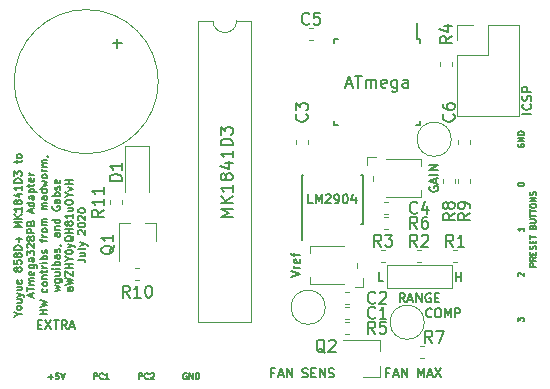
<source format=gbr>
G04 #@! TF.GenerationSoftware,KiCad,Pcbnew,(5.1.0-0)*
G04 #@! TF.CreationDate,2020-09-24T17:30:25-07:00*
G04 #@! TF.ProjectId,858D+ MK1841D3 to ATmega328,38353844-2b20-44d4-9b31-383431443320,rev?*
G04 #@! TF.SameCoordinates,Original*
G04 #@! TF.FileFunction,Legend,Top*
G04 #@! TF.FilePolarity,Positive*
%FSLAX46Y46*%
G04 Gerber Fmt 4.6, Leading zero omitted, Abs format (unit mm)*
G04 Created by KiCad (PCBNEW (5.1.0-0)) date 2020-09-24 17:30:25*
%MOMM*%
%LPD*%
G04 APERTURE LIST*
%ADD10C,0.127000*%
%ADD11C,0.120000*%
%ADD12C,0.150000*%
G04 APERTURE END LIST*
D10*
X40005000Y-31840714D02*
X39642142Y-31840714D01*
X39642142Y-31078714D01*
X40259000Y-31840714D02*
X40259000Y-31078714D01*
X40513000Y-31623000D01*
X40767000Y-31078714D01*
X40767000Y-31840714D01*
X41093571Y-31151285D02*
X41129857Y-31115000D01*
X41202428Y-31078714D01*
X41383857Y-31078714D01*
X41456428Y-31115000D01*
X41492714Y-31151285D01*
X41529000Y-31223857D01*
X41529000Y-31296428D01*
X41492714Y-31405285D01*
X41057285Y-31840714D01*
X41529000Y-31840714D01*
X41891857Y-31840714D02*
X42037000Y-31840714D01*
X42109571Y-31804428D01*
X42145857Y-31768142D01*
X42218428Y-31659285D01*
X42254714Y-31514142D01*
X42254714Y-31223857D01*
X42218428Y-31151285D01*
X42182142Y-31115000D01*
X42109571Y-31078714D01*
X41964428Y-31078714D01*
X41891857Y-31115000D01*
X41855571Y-31151285D01*
X41819285Y-31223857D01*
X41819285Y-31405285D01*
X41855571Y-31477857D01*
X41891857Y-31514142D01*
X41964428Y-31550428D01*
X42109571Y-31550428D01*
X42182142Y-31514142D01*
X42218428Y-31477857D01*
X42254714Y-31405285D01*
X42726428Y-31078714D02*
X42799000Y-31078714D01*
X42871571Y-31115000D01*
X42907857Y-31151285D01*
X42944142Y-31223857D01*
X42980428Y-31369000D01*
X42980428Y-31550428D01*
X42944142Y-31695571D01*
X42907857Y-31768142D01*
X42871571Y-31804428D01*
X42799000Y-31840714D01*
X42726428Y-31840714D01*
X42653857Y-31804428D01*
X42617571Y-31768142D01*
X42581285Y-31695571D01*
X42545000Y-31550428D01*
X42545000Y-31369000D01*
X42581285Y-31223857D01*
X42617571Y-31151285D01*
X42653857Y-31115000D01*
X42726428Y-31078714D01*
X43633571Y-31332714D02*
X43633571Y-31840714D01*
X43452142Y-31042428D02*
X43270714Y-31586714D01*
X43742428Y-31586714D01*
X57379809Y-41825333D02*
X57379809Y-41510857D01*
X57573333Y-41680190D01*
X57573333Y-41607619D01*
X57597523Y-41559238D01*
X57621714Y-41535047D01*
X57670095Y-41510857D01*
X57791047Y-41510857D01*
X57839428Y-41535047D01*
X57863619Y-41559238D01*
X57887809Y-41607619D01*
X57887809Y-41752761D01*
X57863619Y-41801142D01*
X57839428Y-41825333D01*
X57428190Y-37991142D02*
X57404000Y-37966952D01*
X57379809Y-37918571D01*
X57379809Y-37797619D01*
X57404000Y-37749238D01*
X57428190Y-37725047D01*
X57476571Y-37700857D01*
X57524952Y-37700857D01*
X57597523Y-37725047D01*
X57887809Y-38015333D01*
X57887809Y-37700857D01*
X57887809Y-33890857D02*
X57887809Y-34181142D01*
X57887809Y-34036000D02*
X57379809Y-34036000D01*
X57452380Y-34084380D01*
X57500761Y-34132761D01*
X57524952Y-34181142D01*
X57379809Y-30250190D02*
X57379809Y-30201809D01*
X57404000Y-30153428D01*
X57428190Y-30129238D01*
X57476571Y-30105047D01*
X57573333Y-30080857D01*
X57694285Y-30080857D01*
X57791047Y-30105047D01*
X57839428Y-30129238D01*
X57863619Y-30153428D01*
X57887809Y-30201809D01*
X57887809Y-30250190D01*
X57863619Y-30298571D01*
X57839428Y-30322761D01*
X57791047Y-30346952D01*
X57694285Y-30371142D01*
X57573333Y-30371142D01*
X57476571Y-30346952D01*
X57428190Y-30322761D01*
X57404000Y-30298571D01*
X57379809Y-30250190D01*
X57404000Y-26803047D02*
X57379809Y-26851428D01*
X57379809Y-26924000D01*
X57404000Y-26996571D01*
X57452380Y-27044952D01*
X57500761Y-27069142D01*
X57597523Y-27093333D01*
X57670095Y-27093333D01*
X57766857Y-27069142D01*
X57815238Y-27044952D01*
X57863619Y-26996571D01*
X57887809Y-26924000D01*
X57887809Y-26875619D01*
X57863619Y-26803047D01*
X57839428Y-26778857D01*
X57670095Y-26778857D01*
X57670095Y-26875619D01*
X57887809Y-26561142D02*
X57379809Y-26561142D01*
X57887809Y-26270857D01*
X57379809Y-26270857D01*
X57887809Y-26028952D02*
X57379809Y-26028952D01*
X57379809Y-25908000D01*
X57404000Y-25835428D01*
X57452380Y-25787047D01*
X57500761Y-25762857D01*
X57597523Y-25738666D01*
X57670095Y-25738666D01*
X57766857Y-25762857D01*
X57815238Y-25787047D01*
X57863619Y-25835428D01*
X57887809Y-25908000D01*
X57887809Y-26028952D01*
X58903809Y-37192857D02*
X58395809Y-37192857D01*
X58395809Y-36999333D01*
X58420000Y-36950952D01*
X58444190Y-36926761D01*
X58492571Y-36902571D01*
X58565142Y-36902571D01*
X58613523Y-36926761D01*
X58637714Y-36950952D01*
X58661904Y-36999333D01*
X58661904Y-37192857D01*
X58903809Y-36394571D02*
X58661904Y-36563904D01*
X58903809Y-36684857D02*
X58395809Y-36684857D01*
X58395809Y-36491333D01*
X58420000Y-36442952D01*
X58444190Y-36418761D01*
X58492571Y-36394571D01*
X58565142Y-36394571D01*
X58613523Y-36418761D01*
X58637714Y-36442952D01*
X58661904Y-36491333D01*
X58661904Y-36684857D01*
X58637714Y-36176857D02*
X58637714Y-36007523D01*
X58903809Y-35934952D02*
X58903809Y-36176857D01*
X58395809Y-36176857D01*
X58395809Y-35934952D01*
X58879619Y-35741428D02*
X58903809Y-35668857D01*
X58903809Y-35547904D01*
X58879619Y-35499523D01*
X58855428Y-35475333D01*
X58807047Y-35451142D01*
X58758666Y-35451142D01*
X58710285Y-35475333D01*
X58686095Y-35499523D01*
X58661904Y-35547904D01*
X58637714Y-35644666D01*
X58613523Y-35693047D01*
X58589333Y-35717238D01*
X58540952Y-35741428D01*
X58492571Y-35741428D01*
X58444190Y-35717238D01*
X58420000Y-35693047D01*
X58395809Y-35644666D01*
X58395809Y-35523714D01*
X58420000Y-35451142D01*
X58637714Y-35233428D02*
X58637714Y-35064095D01*
X58903809Y-34991523D02*
X58903809Y-35233428D01*
X58395809Y-35233428D01*
X58395809Y-34991523D01*
X58395809Y-34846380D02*
X58395809Y-34556095D01*
X58903809Y-34701238D02*
X58395809Y-34701238D01*
X58637714Y-33830380D02*
X58661904Y-33757809D01*
X58686095Y-33733619D01*
X58734476Y-33709428D01*
X58807047Y-33709428D01*
X58855428Y-33733619D01*
X58879619Y-33757809D01*
X58903809Y-33806190D01*
X58903809Y-33999714D01*
X58395809Y-33999714D01*
X58395809Y-33830380D01*
X58420000Y-33782000D01*
X58444190Y-33757809D01*
X58492571Y-33733619D01*
X58540952Y-33733619D01*
X58589333Y-33757809D01*
X58613523Y-33782000D01*
X58637714Y-33830380D01*
X58637714Y-33999714D01*
X58395809Y-33491714D02*
X58807047Y-33491714D01*
X58855428Y-33467523D01*
X58879619Y-33443333D01*
X58903809Y-33394952D01*
X58903809Y-33298190D01*
X58879619Y-33249809D01*
X58855428Y-33225619D01*
X58807047Y-33201428D01*
X58395809Y-33201428D01*
X58395809Y-33032095D02*
X58395809Y-32741809D01*
X58903809Y-32886952D02*
X58395809Y-32886952D01*
X58395809Y-32645047D02*
X58395809Y-32354761D01*
X58903809Y-32499904D02*
X58395809Y-32499904D01*
X58395809Y-32088666D02*
X58395809Y-31991904D01*
X58420000Y-31943523D01*
X58468380Y-31895142D01*
X58565142Y-31870952D01*
X58734476Y-31870952D01*
X58831238Y-31895142D01*
X58879619Y-31943523D01*
X58903809Y-31991904D01*
X58903809Y-32088666D01*
X58879619Y-32137047D01*
X58831238Y-32185428D01*
X58734476Y-32209619D01*
X58565142Y-32209619D01*
X58468380Y-32185428D01*
X58420000Y-32137047D01*
X58395809Y-32088666D01*
X58903809Y-31653238D02*
X58395809Y-31653238D01*
X58903809Y-31362952D01*
X58395809Y-31362952D01*
X58879619Y-31145238D02*
X58903809Y-31072666D01*
X58903809Y-30951714D01*
X58879619Y-30903333D01*
X58855428Y-30879142D01*
X58807047Y-30854952D01*
X58758666Y-30854952D01*
X58710285Y-30879142D01*
X58686095Y-30903333D01*
X58661904Y-30951714D01*
X58637714Y-31048476D01*
X58613523Y-31096857D01*
X58589333Y-31121047D01*
X58540952Y-31145238D01*
X58492571Y-31145238D01*
X58444190Y-31121047D01*
X58420000Y-31096857D01*
X58395809Y-31048476D01*
X58395809Y-30927523D01*
X58420000Y-30854952D01*
X29330952Y-46228000D02*
X29282571Y-46203809D01*
X29210000Y-46203809D01*
X29137428Y-46228000D01*
X29089047Y-46276380D01*
X29064857Y-46324761D01*
X29040666Y-46421523D01*
X29040666Y-46494095D01*
X29064857Y-46590857D01*
X29089047Y-46639238D01*
X29137428Y-46687619D01*
X29210000Y-46711809D01*
X29258380Y-46711809D01*
X29330952Y-46687619D01*
X29355142Y-46663428D01*
X29355142Y-46494095D01*
X29258380Y-46494095D01*
X29572857Y-46711809D02*
X29572857Y-46203809D01*
X29863142Y-46711809D01*
X29863142Y-46203809D01*
X30105047Y-46711809D02*
X30105047Y-46203809D01*
X30226000Y-46203809D01*
X30298571Y-46228000D01*
X30346952Y-46276380D01*
X30371142Y-46324761D01*
X30395333Y-46421523D01*
X30395333Y-46494095D01*
X30371142Y-46590857D01*
X30346952Y-46639238D01*
X30298571Y-46687619D01*
X30226000Y-46711809D01*
X30105047Y-46711809D01*
X25279047Y-46711809D02*
X25279047Y-46203809D01*
X25472571Y-46203809D01*
X25520952Y-46228000D01*
X25545142Y-46252190D01*
X25569333Y-46300571D01*
X25569333Y-46373142D01*
X25545142Y-46421523D01*
X25520952Y-46445714D01*
X25472571Y-46469904D01*
X25279047Y-46469904D01*
X26077333Y-46663428D02*
X26053142Y-46687619D01*
X25980571Y-46711809D01*
X25932190Y-46711809D01*
X25859619Y-46687619D01*
X25811238Y-46639238D01*
X25787047Y-46590857D01*
X25762857Y-46494095D01*
X25762857Y-46421523D01*
X25787047Y-46324761D01*
X25811238Y-46276380D01*
X25859619Y-46228000D01*
X25932190Y-46203809D01*
X25980571Y-46203809D01*
X26053142Y-46228000D01*
X26077333Y-46252190D01*
X26270857Y-46252190D02*
X26295047Y-46228000D01*
X26343428Y-46203809D01*
X26464380Y-46203809D01*
X26512761Y-46228000D01*
X26536952Y-46252190D01*
X26561142Y-46300571D01*
X26561142Y-46348952D01*
X26536952Y-46421523D01*
X26246666Y-46711809D01*
X26561142Y-46711809D01*
X21469047Y-46711809D02*
X21469047Y-46203809D01*
X21662571Y-46203809D01*
X21710952Y-46228000D01*
X21735142Y-46252190D01*
X21759333Y-46300571D01*
X21759333Y-46373142D01*
X21735142Y-46421523D01*
X21710952Y-46445714D01*
X21662571Y-46469904D01*
X21469047Y-46469904D01*
X22267333Y-46663428D02*
X22243142Y-46687619D01*
X22170571Y-46711809D01*
X22122190Y-46711809D01*
X22049619Y-46687619D01*
X22001238Y-46639238D01*
X21977047Y-46590857D01*
X21952857Y-46494095D01*
X21952857Y-46421523D01*
X21977047Y-46324761D01*
X22001238Y-46276380D01*
X22049619Y-46228000D01*
X22122190Y-46203809D01*
X22170571Y-46203809D01*
X22243142Y-46228000D01*
X22267333Y-46252190D01*
X22751142Y-46711809D02*
X22460857Y-46711809D01*
X22606000Y-46711809D02*
X22606000Y-46203809D01*
X22557619Y-46276380D01*
X22509238Y-46324761D01*
X22460857Y-46348952D01*
X17634857Y-46518285D02*
X18021904Y-46518285D01*
X17828380Y-46711809D02*
X17828380Y-46324761D01*
X18505714Y-46203809D02*
X18263809Y-46203809D01*
X18239619Y-46445714D01*
X18263809Y-46421523D01*
X18312190Y-46397333D01*
X18433142Y-46397333D01*
X18481523Y-46421523D01*
X18505714Y-46445714D01*
X18529904Y-46494095D01*
X18529904Y-46615047D01*
X18505714Y-46663428D01*
X18481523Y-46687619D01*
X18433142Y-46711809D01*
X18312190Y-46711809D01*
X18263809Y-46687619D01*
X18239619Y-46663428D01*
X18675047Y-46203809D02*
X18844380Y-46711809D01*
X19013714Y-46203809D01*
X42805047Y-21759333D02*
X43288857Y-21759333D01*
X42708285Y-22049619D02*
X43046952Y-21033619D01*
X43385619Y-22049619D01*
X43579142Y-21033619D02*
X44159714Y-21033619D01*
X43869428Y-22049619D02*
X43869428Y-21033619D01*
X44498380Y-22049619D02*
X44498380Y-21372285D01*
X44498380Y-21469047D02*
X44546761Y-21420666D01*
X44643523Y-21372285D01*
X44788666Y-21372285D01*
X44885428Y-21420666D01*
X44933809Y-21517428D01*
X44933809Y-22049619D01*
X44933809Y-21517428D02*
X44982190Y-21420666D01*
X45078952Y-21372285D01*
X45224095Y-21372285D01*
X45320857Y-21420666D01*
X45369238Y-21517428D01*
X45369238Y-22049619D01*
X46240095Y-22001238D02*
X46143333Y-22049619D01*
X45949809Y-22049619D01*
X45853047Y-22001238D01*
X45804666Y-21904476D01*
X45804666Y-21517428D01*
X45853047Y-21420666D01*
X45949809Y-21372285D01*
X46143333Y-21372285D01*
X46240095Y-21420666D01*
X46288476Y-21517428D01*
X46288476Y-21614190D01*
X45804666Y-21710952D01*
X47159333Y-21372285D02*
X47159333Y-22194761D01*
X47110952Y-22291523D01*
X47062571Y-22339904D01*
X46965809Y-22388285D01*
X46820666Y-22388285D01*
X46723904Y-22339904D01*
X47159333Y-22001238D02*
X47062571Y-22049619D01*
X46869047Y-22049619D01*
X46772285Y-22001238D01*
X46723904Y-21952857D01*
X46675523Y-21856095D01*
X46675523Y-21565809D01*
X46723904Y-21469047D01*
X46772285Y-21420666D01*
X46869047Y-21372285D01*
X47062571Y-21372285D01*
X47159333Y-21420666D01*
X48078571Y-22049619D02*
X48078571Y-21517428D01*
X48030190Y-21420666D01*
X47933428Y-21372285D01*
X47739904Y-21372285D01*
X47643142Y-21420666D01*
X48078571Y-22001238D02*
X47981809Y-22049619D01*
X47739904Y-22049619D01*
X47643142Y-22001238D01*
X47594761Y-21904476D01*
X47594761Y-21807714D01*
X47643142Y-21710952D01*
X47739904Y-21662571D01*
X47981809Y-21662571D01*
X48078571Y-21614190D01*
X15066130Y-41241738D02*
X15368511Y-41241738D01*
X14733511Y-41453404D02*
X15066130Y-41241738D01*
X14733511Y-41030071D01*
X15368511Y-40727690D02*
X15338273Y-40788166D01*
X15308035Y-40818404D01*
X15247559Y-40848642D01*
X15066130Y-40848642D01*
X15005654Y-40818404D01*
X14975416Y-40788166D01*
X14945178Y-40727690D01*
X14945178Y-40636976D01*
X14975416Y-40576500D01*
X15005654Y-40546261D01*
X15066130Y-40516023D01*
X15247559Y-40516023D01*
X15308035Y-40546261D01*
X15338273Y-40576500D01*
X15368511Y-40636976D01*
X15368511Y-40727690D01*
X14945178Y-39971738D02*
X15368511Y-39971738D01*
X14945178Y-40243880D02*
X15277797Y-40243880D01*
X15338273Y-40213642D01*
X15368511Y-40153166D01*
X15368511Y-40062452D01*
X15338273Y-40001976D01*
X15308035Y-39971738D01*
X14945178Y-39729833D02*
X15368511Y-39578642D01*
X14945178Y-39427452D02*
X15368511Y-39578642D01*
X15519702Y-39639119D01*
X15549940Y-39669357D01*
X15580178Y-39729833D01*
X14945178Y-38913404D02*
X15368511Y-38913404D01*
X14945178Y-39185547D02*
X15277797Y-39185547D01*
X15338273Y-39155309D01*
X15368511Y-39094833D01*
X15368511Y-39004119D01*
X15338273Y-38943642D01*
X15308035Y-38913404D01*
X15338273Y-38369119D02*
X15368511Y-38429595D01*
X15368511Y-38550547D01*
X15338273Y-38611023D01*
X15277797Y-38641261D01*
X15035892Y-38641261D01*
X14975416Y-38611023D01*
X14945178Y-38550547D01*
X14945178Y-38429595D01*
X14975416Y-38369119D01*
X15035892Y-38338880D01*
X15096369Y-38338880D01*
X15156845Y-38641261D01*
X15005654Y-37492214D02*
X14975416Y-37552690D01*
X14945178Y-37582928D01*
X14884702Y-37613166D01*
X14854464Y-37613166D01*
X14793988Y-37582928D01*
X14763750Y-37552690D01*
X14733511Y-37492214D01*
X14733511Y-37371261D01*
X14763750Y-37310785D01*
X14793988Y-37280547D01*
X14854464Y-37250309D01*
X14884702Y-37250309D01*
X14945178Y-37280547D01*
X14975416Y-37310785D01*
X15005654Y-37371261D01*
X15005654Y-37492214D01*
X15035892Y-37552690D01*
X15066130Y-37582928D01*
X15126607Y-37613166D01*
X15247559Y-37613166D01*
X15308035Y-37582928D01*
X15338273Y-37552690D01*
X15368511Y-37492214D01*
X15368511Y-37371261D01*
X15338273Y-37310785D01*
X15308035Y-37280547D01*
X15247559Y-37250309D01*
X15126607Y-37250309D01*
X15066130Y-37280547D01*
X15035892Y-37310785D01*
X15005654Y-37371261D01*
X14733511Y-36675785D02*
X14733511Y-36978166D01*
X15035892Y-37008404D01*
X15005654Y-36978166D01*
X14975416Y-36917690D01*
X14975416Y-36766500D01*
X15005654Y-36706023D01*
X15035892Y-36675785D01*
X15096369Y-36645547D01*
X15247559Y-36645547D01*
X15308035Y-36675785D01*
X15338273Y-36706023D01*
X15368511Y-36766500D01*
X15368511Y-36917690D01*
X15338273Y-36978166D01*
X15308035Y-37008404D01*
X15005654Y-36282690D02*
X14975416Y-36343166D01*
X14945178Y-36373404D01*
X14884702Y-36403642D01*
X14854464Y-36403642D01*
X14793988Y-36373404D01*
X14763750Y-36343166D01*
X14733511Y-36282690D01*
X14733511Y-36161738D01*
X14763750Y-36101261D01*
X14793988Y-36071023D01*
X14854464Y-36040785D01*
X14884702Y-36040785D01*
X14945178Y-36071023D01*
X14975416Y-36101261D01*
X15005654Y-36161738D01*
X15005654Y-36282690D01*
X15035892Y-36343166D01*
X15066130Y-36373404D01*
X15126607Y-36403642D01*
X15247559Y-36403642D01*
X15308035Y-36373404D01*
X15338273Y-36343166D01*
X15368511Y-36282690D01*
X15368511Y-36161738D01*
X15338273Y-36101261D01*
X15308035Y-36071023D01*
X15247559Y-36040785D01*
X15126607Y-36040785D01*
X15066130Y-36071023D01*
X15035892Y-36101261D01*
X15005654Y-36161738D01*
X15368511Y-35768642D02*
X14733511Y-35768642D01*
X14733511Y-35617452D01*
X14763750Y-35526738D01*
X14824226Y-35466261D01*
X14884702Y-35436023D01*
X15005654Y-35405785D01*
X15096369Y-35405785D01*
X15217321Y-35436023D01*
X15277797Y-35466261D01*
X15338273Y-35526738D01*
X15368511Y-35617452D01*
X15368511Y-35768642D01*
X15126607Y-35133642D02*
X15126607Y-34649833D01*
X15368511Y-34891738D02*
X14884702Y-34891738D01*
X15368511Y-33863642D02*
X14733511Y-33863642D01*
X15187083Y-33651976D01*
X14733511Y-33440309D01*
X15368511Y-33440309D01*
X15368511Y-33137928D02*
X14733511Y-33137928D01*
X15368511Y-32775071D02*
X15005654Y-33047214D01*
X14733511Y-32775071D02*
X15096369Y-33137928D01*
X15368511Y-32170309D02*
X15368511Y-32533166D01*
X15368511Y-32351738D02*
X14733511Y-32351738D01*
X14824226Y-32412214D01*
X14884702Y-32472690D01*
X14914940Y-32533166D01*
X15005654Y-31807452D02*
X14975416Y-31867928D01*
X14945178Y-31898166D01*
X14884702Y-31928404D01*
X14854464Y-31928404D01*
X14793988Y-31898166D01*
X14763750Y-31867928D01*
X14733511Y-31807452D01*
X14733511Y-31686500D01*
X14763750Y-31626023D01*
X14793988Y-31595785D01*
X14854464Y-31565547D01*
X14884702Y-31565547D01*
X14945178Y-31595785D01*
X14975416Y-31626023D01*
X15005654Y-31686500D01*
X15005654Y-31807452D01*
X15035892Y-31867928D01*
X15066130Y-31898166D01*
X15126607Y-31928404D01*
X15247559Y-31928404D01*
X15308035Y-31898166D01*
X15338273Y-31867928D01*
X15368511Y-31807452D01*
X15368511Y-31686500D01*
X15338273Y-31626023D01*
X15308035Y-31595785D01*
X15247559Y-31565547D01*
X15126607Y-31565547D01*
X15066130Y-31595785D01*
X15035892Y-31626023D01*
X15005654Y-31686500D01*
X14945178Y-31021261D02*
X15368511Y-31021261D01*
X14703273Y-31172452D02*
X15156845Y-31323642D01*
X15156845Y-30930547D01*
X15368511Y-30356023D02*
X15368511Y-30718880D01*
X15368511Y-30537452D02*
X14733511Y-30537452D01*
X14824226Y-30597928D01*
X14884702Y-30658404D01*
X14914940Y-30718880D01*
X15368511Y-30083880D02*
X14733511Y-30083880D01*
X14733511Y-29932690D01*
X14763750Y-29841976D01*
X14824226Y-29781500D01*
X14884702Y-29751261D01*
X15005654Y-29721023D01*
X15096369Y-29721023D01*
X15217321Y-29751261D01*
X15277797Y-29781500D01*
X15338273Y-29841976D01*
X15368511Y-29932690D01*
X15368511Y-30083880D01*
X14733511Y-29509357D02*
X14733511Y-29116261D01*
X14975416Y-29327928D01*
X14975416Y-29237214D01*
X15005654Y-29176738D01*
X15035892Y-29146500D01*
X15096369Y-29116261D01*
X15247559Y-29116261D01*
X15308035Y-29146500D01*
X15338273Y-29176738D01*
X15368511Y-29237214D01*
X15368511Y-29418642D01*
X15338273Y-29479119D01*
X15308035Y-29509357D01*
X14945178Y-28451023D02*
X14945178Y-28209119D01*
X14733511Y-28360309D02*
X15277797Y-28360309D01*
X15338273Y-28330071D01*
X15368511Y-28269595D01*
X15368511Y-28209119D01*
X15368511Y-27906738D02*
X15338273Y-27967214D01*
X15308035Y-27997452D01*
X15247559Y-28027690D01*
X15066130Y-28027690D01*
X15005654Y-27997452D01*
X14975416Y-27967214D01*
X14945178Y-27906738D01*
X14945178Y-27816023D01*
X14975416Y-27755547D01*
X15005654Y-27725309D01*
X15066130Y-27695071D01*
X15247559Y-27695071D01*
X15308035Y-27725309D01*
X15338273Y-27755547D01*
X15368511Y-27816023D01*
X15368511Y-27906738D01*
X16266583Y-39775190D02*
X16266583Y-39472809D01*
X16448011Y-39835666D02*
X15813011Y-39624000D01*
X16448011Y-39412333D01*
X15813011Y-39291380D02*
X15813011Y-38928523D01*
X16448011Y-39109952D02*
X15813011Y-39109952D01*
X16448011Y-38716857D02*
X16024678Y-38716857D01*
X16085154Y-38716857D02*
X16054916Y-38686619D01*
X16024678Y-38626142D01*
X16024678Y-38535428D01*
X16054916Y-38474952D01*
X16115392Y-38444714D01*
X16448011Y-38444714D01*
X16115392Y-38444714D02*
X16054916Y-38414476D01*
X16024678Y-38354000D01*
X16024678Y-38263285D01*
X16054916Y-38202809D01*
X16115392Y-38172571D01*
X16448011Y-38172571D01*
X16417773Y-37628285D02*
X16448011Y-37688761D01*
X16448011Y-37809714D01*
X16417773Y-37870190D01*
X16357297Y-37900428D01*
X16115392Y-37900428D01*
X16054916Y-37870190D01*
X16024678Y-37809714D01*
X16024678Y-37688761D01*
X16054916Y-37628285D01*
X16115392Y-37598047D01*
X16175869Y-37598047D01*
X16236345Y-37900428D01*
X16024678Y-37053761D02*
X16538726Y-37053761D01*
X16599202Y-37084000D01*
X16629440Y-37114238D01*
X16659678Y-37174714D01*
X16659678Y-37265428D01*
X16629440Y-37325904D01*
X16417773Y-37053761D02*
X16448011Y-37114238D01*
X16448011Y-37235190D01*
X16417773Y-37295666D01*
X16387535Y-37325904D01*
X16327059Y-37356142D01*
X16145630Y-37356142D01*
X16085154Y-37325904D01*
X16054916Y-37295666D01*
X16024678Y-37235190D01*
X16024678Y-37114238D01*
X16054916Y-37053761D01*
X16448011Y-36479238D02*
X16115392Y-36479238D01*
X16054916Y-36509476D01*
X16024678Y-36569952D01*
X16024678Y-36690904D01*
X16054916Y-36751380D01*
X16417773Y-36479238D02*
X16448011Y-36539714D01*
X16448011Y-36690904D01*
X16417773Y-36751380D01*
X16357297Y-36781619D01*
X16296821Y-36781619D01*
X16236345Y-36751380D01*
X16206107Y-36690904D01*
X16206107Y-36539714D01*
X16175869Y-36479238D01*
X15813011Y-36237333D02*
X15813011Y-35844238D01*
X16054916Y-36055904D01*
X16054916Y-35965190D01*
X16085154Y-35904714D01*
X16115392Y-35874476D01*
X16175869Y-35844238D01*
X16327059Y-35844238D01*
X16387535Y-35874476D01*
X16417773Y-35904714D01*
X16448011Y-35965190D01*
X16448011Y-36146619D01*
X16417773Y-36207095D01*
X16387535Y-36237333D01*
X15873488Y-35602333D02*
X15843250Y-35572095D01*
X15813011Y-35511619D01*
X15813011Y-35360428D01*
X15843250Y-35299952D01*
X15873488Y-35269714D01*
X15933964Y-35239476D01*
X15994440Y-35239476D01*
X16085154Y-35269714D01*
X16448011Y-35632571D01*
X16448011Y-35239476D01*
X16085154Y-34876619D02*
X16054916Y-34937095D01*
X16024678Y-34967333D01*
X15964202Y-34997571D01*
X15933964Y-34997571D01*
X15873488Y-34967333D01*
X15843250Y-34937095D01*
X15813011Y-34876619D01*
X15813011Y-34755666D01*
X15843250Y-34695190D01*
X15873488Y-34664952D01*
X15933964Y-34634714D01*
X15964202Y-34634714D01*
X16024678Y-34664952D01*
X16054916Y-34695190D01*
X16085154Y-34755666D01*
X16085154Y-34876619D01*
X16115392Y-34937095D01*
X16145630Y-34967333D01*
X16206107Y-34997571D01*
X16327059Y-34997571D01*
X16387535Y-34967333D01*
X16417773Y-34937095D01*
X16448011Y-34876619D01*
X16448011Y-34755666D01*
X16417773Y-34695190D01*
X16387535Y-34664952D01*
X16327059Y-34634714D01*
X16206107Y-34634714D01*
X16145630Y-34664952D01*
X16115392Y-34695190D01*
X16085154Y-34755666D01*
X16448011Y-34362571D02*
X15813011Y-34362571D01*
X15813011Y-34120666D01*
X15843250Y-34060190D01*
X15873488Y-34029952D01*
X15933964Y-33999714D01*
X16024678Y-33999714D01*
X16085154Y-34029952D01*
X16115392Y-34060190D01*
X16145630Y-34120666D01*
X16145630Y-34362571D01*
X16115392Y-33515904D02*
X16145630Y-33425190D01*
X16175869Y-33394952D01*
X16236345Y-33364714D01*
X16327059Y-33364714D01*
X16387535Y-33394952D01*
X16417773Y-33425190D01*
X16448011Y-33485666D01*
X16448011Y-33727571D01*
X15813011Y-33727571D01*
X15813011Y-33515904D01*
X15843250Y-33455428D01*
X15873488Y-33425190D01*
X15933964Y-33394952D01*
X15994440Y-33394952D01*
X16054916Y-33425190D01*
X16085154Y-33455428D01*
X16115392Y-33515904D01*
X16115392Y-33727571D01*
X16266583Y-32639000D02*
X16266583Y-32336619D01*
X16448011Y-32699476D02*
X15813011Y-32487809D01*
X16448011Y-32276142D01*
X16448011Y-31792333D02*
X15813011Y-31792333D01*
X16417773Y-31792333D02*
X16448011Y-31852809D01*
X16448011Y-31973761D01*
X16417773Y-32034238D01*
X16387535Y-32064476D01*
X16327059Y-32094714D01*
X16145630Y-32094714D01*
X16085154Y-32064476D01*
X16054916Y-32034238D01*
X16024678Y-31973761D01*
X16024678Y-31852809D01*
X16054916Y-31792333D01*
X16448011Y-31217809D02*
X16115392Y-31217809D01*
X16054916Y-31248047D01*
X16024678Y-31308523D01*
X16024678Y-31429476D01*
X16054916Y-31489952D01*
X16417773Y-31217809D02*
X16448011Y-31278285D01*
X16448011Y-31429476D01*
X16417773Y-31489952D01*
X16357297Y-31520190D01*
X16296821Y-31520190D01*
X16236345Y-31489952D01*
X16206107Y-31429476D01*
X16206107Y-31278285D01*
X16175869Y-31217809D01*
X16024678Y-30915428D02*
X16659678Y-30915428D01*
X16054916Y-30915428D02*
X16024678Y-30854952D01*
X16024678Y-30734000D01*
X16054916Y-30673523D01*
X16085154Y-30643285D01*
X16145630Y-30613047D01*
X16327059Y-30613047D01*
X16387535Y-30643285D01*
X16417773Y-30673523D01*
X16448011Y-30734000D01*
X16448011Y-30854952D01*
X16417773Y-30915428D01*
X16024678Y-30431619D02*
X16024678Y-30189714D01*
X15813011Y-30340904D02*
X16357297Y-30340904D01*
X16417773Y-30310666D01*
X16448011Y-30250190D01*
X16448011Y-30189714D01*
X16417773Y-29736142D02*
X16448011Y-29796619D01*
X16448011Y-29917571D01*
X16417773Y-29978047D01*
X16357297Y-30008285D01*
X16115392Y-30008285D01*
X16054916Y-29978047D01*
X16024678Y-29917571D01*
X16024678Y-29796619D01*
X16054916Y-29736142D01*
X16115392Y-29705904D01*
X16175869Y-29705904D01*
X16236345Y-30008285D01*
X16448011Y-29433761D02*
X16024678Y-29433761D01*
X16145630Y-29433761D02*
X16085154Y-29403523D01*
X16054916Y-29373285D01*
X16024678Y-29312809D01*
X16024678Y-29252333D01*
X17527511Y-41211500D02*
X16892511Y-41211500D01*
X17194892Y-41211500D02*
X17194892Y-40848642D01*
X17527511Y-40848642D02*
X16892511Y-40848642D01*
X16892511Y-40606738D02*
X17527511Y-40455547D01*
X17073940Y-40334595D01*
X17527511Y-40213642D01*
X16892511Y-40062452D01*
X17497273Y-39064595D02*
X17527511Y-39125071D01*
X17527511Y-39246023D01*
X17497273Y-39306500D01*
X17467035Y-39336738D01*
X17406559Y-39366976D01*
X17225130Y-39366976D01*
X17164654Y-39336738D01*
X17134416Y-39306500D01*
X17104178Y-39246023D01*
X17104178Y-39125071D01*
X17134416Y-39064595D01*
X17527511Y-38701738D02*
X17497273Y-38762214D01*
X17467035Y-38792452D01*
X17406559Y-38822690D01*
X17225130Y-38822690D01*
X17164654Y-38792452D01*
X17134416Y-38762214D01*
X17104178Y-38701738D01*
X17104178Y-38611023D01*
X17134416Y-38550547D01*
X17164654Y-38520309D01*
X17225130Y-38490071D01*
X17406559Y-38490071D01*
X17467035Y-38520309D01*
X17497273Y-38550547D01*
X17527511Y-38611023D01*
X17527511Y-38701738D01*
X17104178Y-38217928D02*
X17527511Y-38217928D01*
X17164654Y-38217928D02*
X17134416Y-38187690D01*
X17104178Y-38127214D01*
X17104178Y-38036500D01*
X17134416Y-37976023D01*
X17194892Y-37945785D01*
X17527511Y-37945785D01*
X17104178Y-37734119D02*
X17104178Y-37492214D01*
X16892511Y-37643404D02*
X17436797Y-37643404D01*
X17497273Y-37613166D01*
X17527511Y-37552690D01*
X17527511Y-37492214D01*
X17527511Y-37280547D02*
X17104178Y-37280547D01*
X17225130Y-37280547D02*
X17164654Y-37250309D01*
X17134416Y-37220071D01*
X17104178Y-37159595D01*
X17104178Y-37099119D01*
X17527511Y-36887452D02*
X17104178Y-36887452D01*
X16892511Y-36887452D02*
X16922750Y-36917690D01*
X16952988Y-36887452D01*
X16922750Y-36857214D01*
X16892511Y-36887452D01*
X16952988Y-36887452D01*
X17527511Y-36585071D02*
X16892511Y-36585071D01*
X17134416Y-36585071D02*
X17104178Y-36524595D01*
X17104178Y-36403642D01*
X17134416Y-36343166D01*
X17164654Y-36312928D01*
X17225130Y-36282690D01*
X17406559Y-36282690D01*
X17467035Y-36312928D01*
X17497273Y-36343166D01*
X17527511Y-36403642D01*
X17527511Y-36524595D01*
X17497273Y-36585071D01*
X17497273Y-36040785D02*
X17527511Y-35980309D01*
X17527511Y-35859357D01*
X17497273Y-35798880D01*
X17436797Y-35768642D01*
X17406559Y-35768642D01*
X17346083Y-35798880D01*
X17315845Y-35859357D01*
X17315845Y-35950071D01*
X17285607Y-36010547D01*
X17225130Y-36040785D01*
X17194892Y-36040785D01*
X17134416Y-36010547D01*
X17104178Y-35950071D01*
X17104178Y-35859357D01*
X17134416Y-35798880D01*
X17104178Y-35103404D02*
X17104178Y-34861500D01*
X17527511Y-35012690D02*
X16983226Y-35012690D01*
X16922750Y-34982452D01*
X16892511Y-34921976D01*
X16892511Y-34861500D01*
X17527511Y-34649833D02*
X17104178Y-34649833D01*
X17225130Y-34649833D02*
X17164654Y-34619595D01*
X17134416Y-34589357D01*
X17104178Y-34528880D01*
X17104178Y-34468404D01*
X17527511Y-34166023D02*
X17497273Y-34226500D01*
X17467035Y-34256738D01*
X17406559Y-34286976D01*
X17225130Y-34286976D01*
X17164654Y-34256738D01*
X17134416Y-34226500D01*
X17104178Y-34166023D01*
X17104178Y-34075309D01*
X17134416Y-34014833D01*
X17164654Y-33984595D01*
X17225130Y-33954357D01*
X17406559Y-33954357D01*
X17467035Y-33984595D01*
X17497273Y-34014833D01*
X17527511Y-34075309D01*
X17527511Y-34166023D01*
X17527511Y-33682214D02*
X17104178Y-33682214D01*
X17164654Y-33682214D02*
X17134416Y-33651976D01*
X17104178Y-33591500D01*
X17104178Y-33500785D01*
X17134416Y-33440309D01*
X17194892Y-33410071D01*
X17527511Y-33410071D01*
X17194892Y-33410071D02*
X17134416Y-33379833D01*
X17104178Y-33319357D01*
X17104178Y-33228642D01*
X17134416Y-33168166D01*
X17194892Y-33137928D01*
X17527511Y-33137928D01*
X17527511Y-32351738D02*
X17104178Y-32351738D01*
X17164654Y-32351738D02*
X17134416Y-32321500D01*
X17104178Y-32261023D01*
X17104178Y-32170309D01*
X17134416Y-32109833D01*
X17194892Y-32079595D01*
X17527511Y-32079595D01*
X17194892Y-32079595D02*
X17134416Y-32049357D01*
X17104178Y-31988880D01*
X17104178Y-31898166D01*
X17134416Y-31837690D01*
X17194892Y-31807452D01*
X17527511Y-31807452D01*
X17527511Y-31232928D02*
X17194892Y-31232928D01*
X17134416Y-31263166D01*
X17104178Y-31323642D01*
X17104178Y-31444595D01*
X17134416Y-31505071D01*
X17497273Y-31232928D02*
X17527511Y-31293404D01*
X17527511Y-31444595D01*
X17497273Y-31505071D01*
X17436797Y-31535309D01*
X17376321Y-31535309D01*
X17315845Y-31505071D01*
X17285607Y-31444595D01*
X17285607Y-31293404D01*
X17255369Y-31232928D01*
X17527511Y-30658404D02*
X16892511Y-30658404D01*
X17497273Y-30658404D02*
X17527511Y-30718880D01*
X17527511Y-30839833D01*
X17497273Y-30900309D01*
X17467035Y-30930547D01*
X17406559Y-30960785D01*
X17225130Y-30960785D01*
X17164654Y-30930547D01*
X17134416Y-30900309D01*
X17104178Y-30839833D01*
X17104178Y-30718880D01*
X17134416Y-30658404D01*
X17104178Y-30416500D02*
X17527511Y-30295547D01*
X17225130Y-30174595D01*
X17527511Y-30053642D01*
X17104178Y-29932690D01*
X17527511Y-29600071D02*
X17497273Y-29660547D01*
X17467035Y-29690785D01*
X17406559Y-29721023D01*
X17225130Y-29721023D01*
X17164654Y-29690785D01*
X17134416Y-29660547D01*
X17104178Y-29600071D01*
X17104178Y-29509357D01*
X17134416Y-29448880D01*
X17164654Y-29418642D01*
X17225130Y-29388404D01*
X17406559Y-29388404D01*
X17467035Y-29418642D01*
X17497273Y-29448880D01*
X17527511Y-29509357D01*
X17527511Y-29600071D01*
X17527511Y-29116261D02*
X17104178Y-29116261D01*
X17225130Y-29116261D02*
X17164654Y-29086023D01*
X17134416Y-29055785D01*
X17104178Y-28995309D01*
X17104178Y-28934833D01*
X17527511Y-28723166D02*
X17104178Y-28723166D01*
X17164654Y-28723166D02*
X17134416Y-28692928D01*
X17104178Y-28632452D01*
X17104178Y-28541738D01*
X17134416Y-28481261D01*
X17194892Y-28451023D01*
X17527511Y-28451023D01*
X17194892Y-28451023D02*
X17134416Y-28420785D01*
X17104178Y-28360309D01*
X17104178Y-28269595D01*
X17134416Y-28209119D01*
X17194892Y-28178880D01*
X17527511Y-28178880D01*
X17497273Y-27846261D02*
X17527511Y-27846261D01*
X17587988Y-27876500D01*
X17618226Y-27906738D01*
X18183678Y-39261142D02*
X18607011Y-39140190D01*
X18304630Y-39019238D01*
X18607011Y-38898285D01*
X18183678Y-38777333D01*
X18183678Y-38263285D02*
X18697726Y-38263285D01*
X18758202Y-38293523D01*
X18788440Y-38323761D01*
X18818678Y-38384238D01*
X18818678Y-38474952D01*
X18788440Y-38535428D01*
X18576773Y-38263285D02*
X18607011Y-38323761D01*
X18607011Y-38444714D01*
X18576773Y-38505190D01*
X18546535Y-38535428D01*
X18486059Y-38565666D01*
X18304630Y-38565666D01*
X18244154Y-38535428D01*
X18213916Y-38505190D01*
X18183678Y-38444714D01*
X18183678Y-38323761D01*
X18213916Y-38263285D01*
X18183678Y-37688761D02*
X18607011Y-37688761D01*
X18183678Y-37960904D02*
X18516297Y-37960904D01*
X18576773Y-37930666D01*
X18607011Y-37870190D01*
X18607011Y-37779476D01*
X18576773Y-37719000D01*
X18546535Y-37688761D01*
X18607011Y-37386380D02*
X18183678Y-37386380D01*
X17972011Y-37386380D02*
X18002250Y-37416619D01*
X18032488Y-37386380D01*
X18002250Y-37356142D01*
X17972011Y-37386380D01*
X18032488Y-37386380D01*
X18607011Y-37084000D02*
X17972011Y-37084000D01*
X18213916Y-37084000D02*
X18183678Y-37023523D01*
X18183678Y-36902571D01*
X18213916Y-36842095D01*
X18244154Y-36811857D01*
X18304630Y-36781619D01*
X18486059Y-36781619D01*
X18546535Y-36811857D01*
X18576773Y-36842095D01*
X18607011Y-36902571D01*
X18607011Y-37023523D01*
X18576773Y-37084000D01*
X18607011Y-36237333D02*
X18274392Y-36237333D01*
X18213916Y-36267571D01*
X18183678Y-36328047D01*
X18183678Y-36449000D01*
X18213916Y-36509476D01*
X18576773Y-36237333D02*
X18607011Y-36297809D01*
X18607011Y-36449000D01*
X18576773Y-36509476D01*
X18516297Y-36539714D01*
X18455821Y-36539714D01*
X18395345Y-36509476D01*
X18365107Y-36449000D01*
X18365107Y-36297809D01*
X18334869Y-36237333D01*
X18576773Y-35965190D02*
X18607011Y-35904714D01*
X18607011Y-35783761D01*
X18576773Y-35723285D01*
X18516297Y-35693047D01*
X18486059Y-35693047D01*
X18425583Y-35723285D01*
X18395345Y-35783761D01*
X18395345Y-35874476D01*
X18365107Y-35934952D01*
X18304630Y-35965190D01*
X18274392Y-35965190D01*
X18213916Y-35934952D01*
X18183678Y-35874476D01*
X18183678Y-35783761D01*
X18213916Y-35723285D01*
X18576773Y-35390666D02*
X18607011Y-35390666D01*
X18667488Y-35420904D01*
X18697726Y-35451142D01*
X18607011Y-34362571D02*
X18274392Y-34362571D01*
X18213916Y-34392809D01*
X18183678Y-34453285D01*
X18183678Y-34574238D01*
X18213916Y-34634714D01*
X18576773Y-34362571D02*
X18607011Y-34423047D01*
X18607011Y-34574238D01*
X18576773Y-34634714D01*
X18516297Y-34664952D01*
X18455821Y-34664952D01*
X18395345Y-34634714D01*
X18365107Y-34574238D01*
X18365107Y-34423047D01*
X18334869Y-34362571D01*
X18183678Y-34060190D02*
X18607011Y-34060190D01*
X18244154Y-34060190D02*
X18213916Y-34029952D01*
X18183678Y-33969476D01*
X18183678Y-33878761D01*
X18213916Y-33818285D01*
X18274392Y-33788047D01*
X18607011Y-33788047D01*
X18607011Y-33213523D02*
X17972011Y-33213523D01*
X18576773Y-33213523D02*
X18607011Y-33274000D01*
X18607011Y-33394952D01*
X18576773Y-33455428D01*
X18546535Y-33485666D01*
X18486059Y-33515904D01*
X18304630Y-33515904D01*
X18244154Y-33485666D01*
X18213916Y-33455428D01*
X18183678Y-33394952D01*
X18183678Y-33274000D01*
X18213916Y-33213523D01*
X18002250Y-32094714D02*
X17972011Y-32155190D01*
X17972011Y-32245904D01*
X18002250Y-32336619D01*
X18062726Y-32397095D01*
X18123202Y-32427333D01*
X18244154Y-32457571D01*
X18334869Y-32457571D01*
X18455821Y-32427333D01*
X18516297Y-32397095D01*
X18576773Y-32336619D01*
X18607011Y-32245904D01*
X18607011Y-32185428D01*
X18576773Y-32094714D01*
X18546535Y-32064476D01*
X18334869Y-32064476D01*
X18334869Y-32185428D01*
X18607011Y-31520190D02*
X18274392Y-31520190D01*
X18213916Y-31550428D01*
X18183678Y-31610904D01*
X18183678Y-31731857D01*
X18213916Y-31792333D01*
X18576773Y-31520190D02*
X18607011Y-31580666D01*
X18607011Y-31731857D01*
X18576773Y-31792333D01*
X18516297Y-31822571D01*
X18455821Y-31822571D01*
X18395345Y-31792333D01*
X18365107Y-31731857D01*
X18365107Y-31580666D01*
X18334869Y-31520190D01*
X18607011Y-31217809D02*
X17972011Y-31217809D01*
X18213916Y-31217809D02*
X18183678Y-31157333D01*
X18183678Y-31036380D01*
X18213916Y-30975904D01*
X18244154Y-30945666D01*
X18304630Y-30915428D01*
X18486059Y-30915428D01*
X18546535Y-30945666D01*
X18576773Y-30975904D01*
X18607011Y-31036380D01*
X18607011Y-31157333D01*
X18576773Y-31217809D01*
X18576773Y-30673523D02*
X18607011Y-30613047D01*
X18607011Y-30492095D01*
X18576773Y-30431619D01*
X18516297Y-30401380D01*
X18486059Y-30401380D01*
X18425583Y-30431619D01*
X18395345Y-30492095D01*
X18395345Y-30582809D01*
X18365107Y-30643285D01*
X18304630Y-30673523D01*
X18274392Y-30673523D01*
X18213916Y-30643285D01*
X18183678Y-30582809D01*
X18183678Y-30492095D01*
X18213916Y-30431619D01*
X18576773Y-29887333D02*
X18607011Y-29947809D01*
X18607011Y-30068761D01*
X18576773Y-30129238D01*
X18516297Y-30159476D01*
X18274392Y-30159476D01*
X18213916Y-30129238D01*
X18183678Y-30068761D01*
X18183678Y-29947809D01*
X18213916Y-29887333D01*
X18274392Y-29857095D01*
X18334869Y-29857095D01*
X18395345Y-30159476D01*
X19686511Y-38958761D02*
X19353892Y-38958761D01*
X19293416Y-38989000D01*
X19263178Y-39049476D01*
X19263178Y-39170428D01*
X19293416Y-39230904D01*
X19656273Y-38958761D02*
X19686511Y-39019238D01*
X19686511Y-39170428D01*
X19656273Y-39230904D01*
X19595797Y-39261142D01*
X19535321Y-39261142D01*
X19474845Y-39230904D01*
X19444607Y-39170428D01*
X19444607Y-39019238D01*
X19414369Y-38958761D01*
X19051511Y-38716857D02*
X19686511Y-38565666D01*
X19232940Y-38444714D01*
X19686511Y-38323761D01*
X19051511Y-38172571D01*
X19051511Y-37991142D02*
X19051511Y-37567809D01*
X19686511Y-37991142D01*
X19686511Y-37567809D01*
X19686511Y-37325904D02*
X19051511Y-37325904D01*
X19353892Y-37325904D02*
X19353892Y-36963047D01*
X19686511Y-36963047D02*
X19051511Y-36963047D01*
X19384130Y-36539714D02*
X19686511Y-36539714D01*
X19051511Y-36751380D02*
X19384130Y-36539714D01*
X19051511Y-36328047D01*
X19051511Y-35995428D02*
X19051511Y-35934952D01*
X19081750Y-35874476D01*
X19111988Y-35844238D01*
X19172464Y-35814000D01*
X19293416Y-35783761D01*
X19444607Y-35783761D01*
X19565559Y-35814000D01*
X19626035Y-35844238D01*
X19656273Y-35874476D01*
X19686511Y-35934952D01*
X19686511Y-35995428D01*
X19656273Y-36055904D01*
X19626035Y-36086142D01*
X19565559Y-36116380D01*
X19444607Y-36146619D01*
X19293416Y-36146619D01*
X19172464Y-36116380D01*
X19111988Y-36086142D01*
X19081750Y-36055904D01*
X19051511Y-35995428D01*
X19263178Y-35572095D02*
X19686511Y-35420904D01*
X19263178Y-35269714D02*
X19686511Y-35420904D01*
X19837702Y-35481380D01*
X19867940Y-35511619D01*
X19898178Y-35572095D01*
X19746988Y-34604476D02*
X19716750Y-34664952D01*
X19656273Y-34725428D01*
X19565559Y-34816142D01*
X19535321Y-34876619D01*
X19535321Y-34937095D01*
X19686511Y-34906857D02*
X19656273Y-34967333D01*
X19595797Y-35027809D01*
X19474845Y-35058047D01*
X19263178Y-35058047D01*
X19142226Y-35027809D01*
X19081750Y-34967333D01*
X19051511Y-34906857D01*
X19051511Y-34785904D01*
X19081750Y-34725428D01*
X19142226Y-34664952D01*
X19263178Y-34634714D01*
X19474845Y-34634714D01*
X19595797Y-34664952D01*
X19656273Y-34725428D01*
X19686511Y-34785904D01*
X19686511Y-34906857D01*
X19686511Y-34362571D02*
X19051511Y-34362571D01*
X19353892Y-34362571D02*
X19353892Y-33999714D01*
X19686511Y-33999714D02*
X19051511Y-33999714D01*
X19323654Y-33606619D02*
X19293416Y-33667095D01*
X19263178Y-33697333D01*
X19202702Y-33727571D01*
X19172464Y-33727571D01*
X19111988Y-33697333D01*
X19081750Y-33667095D01*
X19051511Y-33606619D01*
X19051511Y-33485666D01*
X19081750Y-33425190D01*
X19111988Y-33394952D01*
X19172464Y-33364714D01*
X19202702Y-33364714D01*
X19263178Y-33394952D01*
X19293416Y-33425190D01*
X19323654Y-33485666D01*
X19323654Y-33606619D01*
X19353892Y-33667095D01*
X19384130Y-33697333D01*
X19444607Y-33727571D01*
X19565559Y-33727571D01*
X19626035Y-33697333D01*
X19656273Y-33667095D01*
X19686511Y-33606619D01*
X19686511Y-33485666D01*
X19656273Y-33425190D01*
X19626035Y-33394952D01*
X19565559Y-33364714D01*
X19444607Y-33364714D01*
X19384130Y-33394952D01*
X19353892Y-33425190D01*
X19323654Y-33485666D01*
X19686511Y-32759952D02*
X19686511Y-33122809D01*
X19686511Y-32941380D02*
X19051511Y-32941380D01*
X19142226Y-33001857D01*
X19202702Y-33062333D01*
X19232940Y-33122809D01*
X19263178Y-32215666D02*
X19686511Y-32215666D01*
X19263178Y-32487809D02*
X19595797Y-32487809D01*
X19656273Y-32457571D01*
X19686511Y-32397095D01*
X19686511Y-32306380D01*
X19656273Y-32245904D01*
X19626035Y-32215666D01*
X19051511Y-31792333D02*
X19051511Y-31671380D01*
X19081750Y-31610904D01*
X19142226Y-31550428D01*
X19263178Y-31520190D01*
X19474845Y-31520190D01*
X19595797Y-31550428D01*
X19656273Y-31610904D01*
X19686511Y-31671380D01*
X19686511Y-31792333D01*
X19656273Y-31852809D01*
X19595797Y-31913285D01*
X19474845Y-31943523D01*
X19263178Y-31943523D01*
X19142226Y-31913285D01*
X19081750Y-31852809D01*
X19051511Y-31792333D01*
X19384130Y-31127095D02*
X19686511Y-31127095D01*
X19051511Y-31338761D02*
X19384130Y-31127095D01*
X19051511Y-30915428D01*
X19263178Y-30764238D02*
X19686511Y-30613047D01*
X19263178Y-30461857D01*
X19686511Y-30219952D02*
X19051511Y-30219952D01*
X19353892Y-30219952D02*
X19353892Y-29857095D01*
X19686511Y-29857095D02*
X19051511Y-29857095D01*
X20131011Y-36600190D02*
X20584583Y-36600190D01*
X20675297Y-36630428D01*
X20735773Y-36690904D01*
X20766011Y-36781619D01*
X20766011Y-36842095D01*
X20342678Y-36025666D02*
X20766011Y-36025666D01*
X20342678Y-36297809D02*
X20675297Y-36297809D01*
X20735773Y-36267571D01*
X20766011Y-36207095D01*
X20766011Y-36116380D01*
X20735773Y-36055904D01*
X20705535Y-36025666D01*
X20766011Y-35632571D02*
X20735773Y-35693047D01*
X20675297Y-35723285D01*
X20131011Y-35723285D01*
X20342678Y-35451142D02*
X20766011Y-35299952D01*
X20342678Y-35148761D02*
X20766011Y-35299952D01*
X20917202Y-35360428D01*
X20947440Y-35390666D01*
X20977678Y-35451142D01*
X20191488Y-34453285D02*
X20161250Y-34423047D01*
X20131011Y-34362571D01*
X20131011Y-34211380D01*
X20161250Y-34150904D01*
X20191488Y-34120666D01*
X20251964Y-34090428D01*
X20312440Y-34090428D01*
X20403154Y-34120666D01*
X20766011Y-34483523D01*
X20766011Y-34090428D01*
X20131011Y-33697333D02*
X20131011Y-33636857D01*
X20161250Y-33576380D01*
X20191488Y-33546142D01*
X20251964Y-33515904D01*
X20372916Y-33485666D01*
X20524107Y-33485666D01*
X20645059Y-33515904D01*
X20705535Y-33546142D01*
X20735773Y-33576380D01*
X20766011Y-33636857D01*
X20766011Y-33697333D01*
X20735773Y-33757809D01*
X20705535Y-33788047D01*
X20645059Y-33818285D01*
X20524107Y-33848523D01*
X20372916Y-33848523D01*
X20251964Y-33818285D01*
X20191488Y-33788047D01*
X20161250Y-33757809D01*
X20131011Y-33697333D01*
X20191488Y-33243761D02*
X20161250Y-33213523D01*
X20131011Y-33153047D01*
X20131011Y-33001857D01*
X20161250Y-32941380D01*
X20191488Y-32911142D01*
X20251964Y-32880904D01*
X20312440Y-32880904D01*
X20403154Y-32911142D01*
X20766011Y-33274000D01*
X20766011Y-32880904D01*
X20131011Y-32487809D02*
X20131011Y-32427333D01*
X20161250Y-32366857D01*
X20191488Y-32336619D01*
X20251964Y-32306380D01*
X20372916Y-32276142D01*
X20524107Y-32276142D01*
X20645059Y-32306380D01*
X20705535Y-32336619D01*
X20735773Y-32366857D01*
X20766011Y-32427333D01*
X20766011Y-32487809D01*
X20735773Y-32548285D01*
X20705535Y-32578523D01*
X20645059Y-32608761D01*
X20524107Y-32639000D01*
X20372916Y-32639000D01*
X20251964Y-32608761D01*
X20191488Y-32578523D01*
X20161250Y-32548285D01*
X20131011Y-32487809D01*
X16764000Y-42109571D02*
X17018000Y-42109571D01*
X17126857Y-42508714D02*
X16764000Y-42508714D01*
X16764000Y-41746714D01*
X17126857Y-41746714D01*
X17380857Y-41746714D02*
X17888857Y-42508714D01*
X17888857Y-41746714D02*
X17380857Y-42508714D01*
X18070285Y-41746714D02*
X18505714Y-41746714D01*
X18288000Y-42508714D02*
X18288000Y-41746714D01*
X19195142Y-42508714D02*
X18941142Y-42145857D01*
X18759714Y-42508714D02*
X18759714Y-41746714D01*
X19050000Y-41746714D01*
X19122571Y-41783000D01*
X19158857Y-41819285D01*
X19195142Y-41891857D01*
X19195142Y-42000714D01*
X19158857Y-42073285D01*
X19122571Y-42109571D01*
X19050000Y-42145857D01*
X18759714Y-42145857D01*
X19485428Y-42291000D02*
X19848285Y-42291000D01*
X19412857Y-42508714D02*
X19666857Y-41746714D01*
X19920857Y-42508714D01*
X36739285Y-46173571D02*
X36485285Y-46173571D01*
X36485285Y-46572714D02*
X36485285Y-45810714D01*
X36848142Y-45810714D01*
X37102142Y-46355000D02*
X37465000Y-46355000D01*
X37029571Y-46572714D02*
X37283571Y-45810714D01*
X37537571Y-46572714D01*
X37791571Y-46572714D02*
X37791571Y-45810714D01*
X38227000Y-46572714D01*
X38227000Y-45810714D01*
X39134142Y-46536428D02*
X39243000Y-46572714D01*
X39424428Y-46572714D01*
X39497000Y-46536428D01*
X39533285Y-46500142D01*
X39569571Y-46427571D01*
X39569571Y-46355000D01*
X39533285Y-46282428D01*
X39497000Y-46246142D01*
X39424428Y-46209857D01*
X39279285Y-46173571D01*
X39206714Y-46137285D01*
X39170428Y-46101000D01*
X39134142Y-46028428D01*
X39134142Y-45955857D01*
X39170428Y-45883285D01*
X39206714Y-45847000D01*
X39279285Y-45810714D01*
X39460714Y-45810714D01*
X39569571Y-45847000D01*
X39896142Y-46173571D02*
X40150142Y-46173571D01*
X40259000Y-46572714D02*
X39896142Y-46572714D01*
X39896142Y-45810714D01*
X40259000Y-45810714D01*
X40585571Y-46572714D02*
X40585571Y-45810714D01*
X41021000Y-46572714D01*
X41021000Y-45810714D01*
X41347571Y-46536428D02*
X41456428Y-46572714D01*
X41637857Y-46572714D01*
X41710428Y-46536428D01*
X41746714Y-46500142D01*
X41783000Y-46427571D01*
X41783000Y-46355000D01*
X41746714Y-46282428D01*
X41710428Y-46246142D01*
X41637857Y-46209857D01*
X41492714Y-46173571D01*
X41420142Y-46137285D01*
X41383857Y-46101000D01*
X41347571Y-46028428D01*
X41347571Y-45955857D01*
X41383857Y-45883285D01*
X41420142Y-45847000D01*
X41492714Y-45810714D01*
X41674142Y-45810714D01*
X41783000Y-45847000D01*
X46482000Y-46173571D02*
X46228000Y-46173571D01*
X46228000Y-46572714D02*
X46228000Y-45810714D01*
X46590857Y-45810714D01*
X46844857Y-46355000D02*
X47207714Y-46355000D01*
X46772285Y-46572714D02*
X47026285Y-45810714D01*
X47280285Y-46572714D01*
X47534285Y-46572714D02*
X47534285Y-45810714D01*
X47969714Y-46572714D01*
X47969714Y-45810714D01*
X48913142Y-46572714D02*
X48913142Y-45810714D01*
X49167142Y-46355000D01*
X49421142Y-45810714D01*
X49421142Y-46572714D01*
X49747714Y-46355000D02*
X50110571Y-46355000D01*
X49675142Y-46572714D02*
X49929142Y-45810714D01*
X50183142Y-46572714D01*
X50364571Y-45810714D02*
X50872571Y-46572714D01*
X50872571Y-45810714D02*
X50364571Y-46572714D01*
X50074285Y-41420142D02*
X50038000Y-41456428D01*
X49929142Y-41492714D01*
X49856571Y-41492714D01*
X49747714Y-41456428D01*
X49675142Y-41383857D01*
X49638857Y-41311285D01*
X49602571Y-41166142D01*
X49602571Y-41057285D01*
X49638857Y-40912142D01*
X49675142Y-40839571D01*
X49747714Y-40767000D01*
X49856571Y-40730714D01*
X49929142Y-40730714D01*
X50038000Y-40767000D01*
X50074285Y-40803285D01*
X50546000Y-40730714D02*
X50691142Y-40730714D01*
X50763714Y-40767000D01*
X50836285Y-40839571D01*
X50872571Y-40984714D01*
X50872571Y-41238714D01*
X50836285Y-41383857D01*
X50763714Y-41456428D01*
X50691142Y-41492714D01*
X50546000Y-41492714D01*
X50473428Y-41456428D01*
X50400857Y-41383857D01*
X50364571Y-41238714D01*
X50364571Y-40984714D01*
X50400857Y-40839571D01*
X50473428Y-40767000D01*
X50546000Y-40730714D01*
X51199142Y-41492714D02*
X51199142Y-40730714D01*
X51453142Y-41275000D01*
X51707142Y-40730714D01*
X51707142Y-41492714D01*
X52070000Y-41492714D02*
X52070000Y-40730714D01*
X52360285Y-40730714D01*
X52432857Y-40767000D01*
X52469142Y-40803285D01*
X52505428Y-40875857D01*
X52505428Y-40984714D01*
X52469142Y-41057285D01*
X52432857Y-41093571D01*
X52360285Y-41129857D01*
X52070000Y-41129857D01*
X49911000Y-30425571D02*
X49874714Y-30498142D01*
X49874714Y-30607000D01*
X49911000Y-30715857D01*
X49983571Y-30788428D01*
X50056142Y-30824714D01*
X50201285Y-30861000D01*
X50310142Y-30861000D01*
X50455285Y-30824714D01*
X50527857Y-30788428D01*
X50600428Y-30715857D01*
X50636714Y-30607000D01*
X50636714Y-30534428D01*
X50600428Y-30425571D01*
X50564142Y-30389285D01*
X50310142Y-30389285D01*
X50310142Y-30534428D01*
X50419000Y-30099000D02*
X50419000Y-29736142D01*
X50636714Y-30171571D02*
X49874714Y-29917571D01*
X50636714Y-29663571D01*
X50636714Y-29409571D02*
X49874714Y-29409571D01*
X50636714Y-29046714D02*
X49874714Y-29046714D01*
X50636714Y-28611285D01*
X49874714Y-28611285D01*
X33225619Y-32983714D02*
X32209619Y-32983714D01*
X32935333Y-32645047D01*
X32209619Y-32306380D01*
X33225619Y-32306380D01*
X33225619Y-31822571D02*
X32209619Y-31822571D01*
X33225619Y-31242000D02*
X32645047Y-31677428D01*
X32209619Y-31242000D02*
X32790190Y-31822571D01*
X33225619Y-30274380D02*
X33225619Y-30854952D01*
X33225619Y-30564666D02*
X32209619Y-30564666D01*
X32354761Y-30661428D01*
X32451523Y-30758190D01*
X32499904Y-30854952D01*
X32645047Y-29693809D02*
X32596666Y-29790571D01*
X32548285Y-29838952D01*
X32451523Y-29887333D01*
X32403142Y-29887333D01*
X32306380Y-29838952D01*
X32258000Y-29790571D01*
X32209619Y-29693809D01*
X32209619Y-29500285D01*
X32258000Y-29403523D01*
X32306380Y-29355142D01*
X32403142Y-29306761D01*
X32451523Y-29306761D01*
X32548285Y-29355142D01*
X32596666Y-29403523D01*
X32645047Y-29500285D01*
X32645047Y-29693809D01*
X32693428Y-29790571D01*
X32741809Y-29838952D01*
X32838571Y-29887333D01*
X33032095Y-29887333D01*
X33128857Y-29838952D01*
X33177238Y-29790571D01*
X33225619Y-29693809D01*
X33225619Y-29500285D01*
X33177238Y-29403523D01*
X33128857Y-29355142D01*
X33032095Y-29306761D01*
X32838571Y-29306761D01*
X32741809Y-29355142D01*
X32693428Y-29403523D01*
X32645047Y-29500285D01*
X32548285Y-28435904D02*
X33225619Y-28435904D01*
X32161238Y-28677809D02*
X32886952Y-28919714D01*
X32886952Y-28290761D01*
X33225619Y-27371523D02*
X33225619Y-27952095D01*
X33225619Y-27661809D02*
X32209619Y-27661809D01*
X32354761Y-27758571D01*
X32451523Y-27855333D01*
X32499904Y-27952095D01*
X33225619Y-26936095D02*
X32209619Y-26936095D01*
X32209619Y-26694190D01*
X32258000Y-26549047D01*
X32354761Y-26452285D01*
X32451523Y-26403904D01*
X32645047Y-26355523D01*
X32790190Y-26355523D01*
X32983714Y-26403904D01*
X33080476Y-26452285D01*
X33177238Y-26549047D01*
X33225619Y-26694190D01*
X33225619Y-26936095D01*
X32209619Y-26016857D02*
X32209619Y-25387904D01*
X32596666Y-25726571D01*
X32596666Y-25581428D01*
X32645047Y-25484666D01*
X32693428Y-25436285D01*
X32790190Y-25387904D01*
X33032095Y-25387904D01*
X33128857Y-25436285D01*
X33177238Y-25484666D01*
X33225619Y-25581428D01*
X33225619Y-25871714D01*
X33177238Y-25968476D01*
X33128857Y-26016857D01*
X47806428Y-40222714D02*
X47552428Y-39859857D01*
X47371000Y-40222714D02*
X47371000Y-39460714D01*
X47661285Y-39460714D01*
X47733857Y-39497000D01*
X47770142Y-39533285D01*
X47806428Y-39605857D01*
X47806428Y-39714714D01*
X47770142Y-39787285D01*
X47733857Y-39823571D01*
X47661285Y-39859857D01*
X47371000Y-39859857D01*
X48096714Y-40005000D02*
X48459571Y-40005000D01*
X48024142Y-40222714D02*
X48278142Y-39460714D01*
X48532142Y-40222714D01*
X48786142Y-40222714D02*
X48786142Y-39460714D01*
X49221571Y-40222714D01*
X49221571Y-39460714D01*
X49983571Y-39497000D02*
X49911000Y-39460714D01*
X49802142Y-39460714D01*
X49693285Y-39497000D01*
X49620714Y-39569571D01*
X49584428Y-39642142D01*
X49548142Y-39787285D01*
X49548142Y-39896142D01*
X49584428Y-40041285D01*
X49620714Y-40113857D01*
X49693285Y-40186428D01*
X49802142Y-40222714D01*
X49874714Y-40222714D01*
X49983571Y-40186428D01*
X50019857Y-40150142D01*
X50019857Y-39896142D01*
X49874714Y-39896142D01*
X50346428Y-39823571D02*
X50600428Y-39823571D01*
X50709285Y-40222714D02*
X50346428Y-40222714D01*
X50346428Y-39460714D01*
X50709285Y-39460714D01*
X52106285Y-38444714D02*
X52106285Y-37682714D01*
X52106285Y-38045571D02*
X52541714Y-38045571D01*
X52541714Y-38444714D02*
X52541714Y-37682714D01*
X45955857Y-38444714D02*
X45593000Y-38444714D01*
X45593000Y-37682714D01*
X38190714Y-38118142D02*
X38952714Y-37864142D01*
X38190714Y-37610142D01*
X38952714Y-37356142D02*
X38444714Y-37356142D01*
X38589857Y-37356142D02*
X38517285Y-37319857D01*
X38481000Y-37283571D01*
X38444714Y-37211000D01*
X38444714Y-37138428D01*
X38916428Y-36594142D02*
X38952714Y-36666714D01*
X38952714Y-36811857D01*
X38916428Y-36884428D01*
X38843857Y-36920714D01*
X38553571Y-36920714D01*
X38481000Y-36884428D01*
X38444714Y-36811857D01*
X38444714Y-36666714D01*
X38481000Y-36594142D01*
X38553571Y-36557857D01*
X38626142Y-36557857D01*
X38698714Y-36920714D01*
X38444714Y-36340142D02*
X38444714Y-36049857D01*
X38952714Y-36231285D02*
X38299571Y-36231285D01*
X38227000Y-36195000D01*
X38190714Y-36122428D01*
X38190714Y-36049857D01*
D11*
X45718000Y-46538000D02*
X44258000Y-46538000D01*
X45718000Y-43378000D02*
X42558000Y-43378000D01*
X45718000Y-43378000D02*
X45718000Y-44308000D01*
X45718000Y-46538000D02*
X45718000Y-45608000D01*
X26146000Y-26960000D02*
X26146000Y-30860000D01*
X24146000Y-26960000D02*
X24146000Y-30860000D01*
X26146000Y-26960000D02*
X24146000Y-26960000D01*
X22858000Y-31578733D02*
X22858000Y-31921267D01*
X23878000Y-31578733D02*
X23878000Y-31921267D01*
D12*
X48866000Y-17965000D02*
X48866000Y-16540000D01*
X49091000Y-25215000D02*
X49091000Y-24890000D01*
X41841000Y-25215000D02*
X41841000Y-24890000D01*
X41841000Y-17965000D02*
X41841000Y-18290000D01*
X49091000Y-17965000D02*
X49091000Y-18290000D01*
X41841000Y-17965000D02*
X42166000Y-17965000D01*
X41841000Y-25215000D02*
X42166000Y-25215000D01*
X49091000Y-25215000D02*
X48766000Y-25215000D01*
X49091000Y-17965000D02*
X48866000Y-17965000D01*
D11*
X52264000Y-16704000D02*
X53594000Y-16704000D01*
X52264000Y-18034000D02*
X52264000Y-16704000D01*
X54864000Y-16704000D02*
X57464000Y-16704000D01*
X54864000Y-19304000D02*
X54864000Y-16704000D01*
X52264000Y-19304000D02*
X54864000Y-19304000D01*
X57464000Y-16704000D02*
X57464000Y-24444000D01*
X52264000Y-19304000D02*
X52264000Y-24444000D01*
X52264000Y-24444000D02*
X57464000Y-24444000D01*
X24974733Y-38356000D02*
X25317267Y-38356000D01*
X24974733Y-37336000D02*
X25317267Y-37336000D01*
X46272000Y-37100000D02*
X51772000Y-37100000D01*
X51772000Y-37100000D02*
X51772000Y-39050000D01*
X51772000Y-39050000D02*
X46272000Y-39050000D01*
X46272000Y-39050000D02*
X46272000Y-37100000D01*
X34820000Y-16382000D02*
X33570000Y-16382000D01*
X34820000Y-41902000D02*
X34820000Y-16382000D01*
X30320000Y-41902000D02*
X34820000Y-41902000D01*
X30320000Y-16382000D02*
X30320000Y-41902000D01*
X31570000Y-16382000D02*
X30320000Y-16382000D01*
X33570000Y-16382000D02*
G75*
G02X31570000Y-16382000I-1000000J0D01*
G01*
D12*
X39081000Y-33571000D02*
X39131000Y-33571000D01*
X39081000Y-29421000D02*
X39226000Y-29421000D01*
X44231000Y-29421000D02*
X44086000Y-29421000D01*
X44231000Y-33571000D02*
X44086000Y-33571000D01*
X39081000Y-33571000D02*
X39081000Y-29421000D01*
X44231000Y-33571000D02*
X44231000Y-29421000D01*
X39131000Y-33571000D02*
X39131000Y-34971000D01*
D11*
X51742000Y-26416000D02*
G75*
G03X51742000Y-26416000I-1450000J0D01*
G01*
X49456000Y-41910000D02*
G75*
G03X49456000Y-41910000I-1450000J0D01*
G01*
X41074000Y-40640000D02*
G75*
G03X41074000Y-40640000I-1450000J0D01*
G01*
X44644000Y-27918000D02*
X44644000Y-28618000D01*
X45344000Y-27918000D02*
X44644000Y-27918000D01*
X49144000Y-31318000D02*
X49144000Y-30718000D01*
X46244000Y-31318000D02*
X49144000Y-31318000D01*
X49144000Y-28118000D02*
X49144000Y-28718000D01*
X46244000Y-28118000D02*
X49144000Y-28118000D01*
X45144000Y-29518000D02*
X45144000Y-29918000D01*
X44256000Y-38884000D02*
X44256000Y-38184000D01*
X43556000Y-38884000D02*
X44256000Y-38884000D01*
X39756000Y-35484000D02*
X39756000Y-36084000D01*
X42656000Y-35484000D02*
X39756000Y-35484000D01*
X39756000Y-38684000D02*
X39756000Y-38084000D01*
X42656000Y-38684000D02*
X39756000Y-38684000D01*
X43756000Y-37284000D02*
X43756000Y-36884000D01*
X52322000Y-29800733D02*
X52322000Y-30143267D01*
X53342000Y-29800733D02*
X53342000Y-30143267D01*
X52072000Y-30143267D02*
X52072000Y-29800733D01*
X51052000Y-30143267D02*
X51052000Y-29800733D01*
X49104733Y-44960000D02*
X49447267Y-44960000D01*
X49104733Y-43940000D02*
X49447267Y-43940000D01*
X46056733Y-34038000D02*
X46399267Y-34038000D01*
X46056733Y-33018000D02*
X46399267Y-33018000D01*
X43097267Y-41908000D02*
X42754733Y-41908000D01*
X43097267Y-42928000D02*
X42754733Y-42928000D01*
X50798000Y-19894733D02*
X50798000Y-20237267D01*
X51818000Y-19894733D02*
X51818000Y-20237267D01*
X46145267Y-35812000D02*
X45802733Y-35812000D01*
X46145267Y-36832000D02*
X45802733Y-36832000D01*
X49193267Y-35812000D02*
X48850733Y-35812000D01*
X49193267Y-36832000D02*
X48850733Y-36832000D01*
X52241267Y-35812000D02*
X51898733Y-35812000D01*
X52241267Y-36832000D02*
X51898733Y-36832000D01*
X26726000Y-33530000D02*
X26726000Y-34990000D01*
X23566000Y-33530000D02*
X23566000Y-36690000D01*
X23566000Y-33530000D02*
X24496000Y-33530000D01*
X26726000Y-33530000D02*
X25796000Y-33530000D01*
X53342000Y-26841267D02*
X53342000Y-26498733D01*
X52322000Y-26841267D02*
X52322000Y-26498733D01*
X39706733Y-18036000D02*
X40049267Y-18036000D01*
X39706733Y-17016000D02*
X40049267Y-17016000D01*
X46056733Y-32768000D02*
X46399267Y-32768000D01*
X46056733Y-31748000D02*
X46399267Y-31748000D01*
X39626000Y-26841267D02*
X39626000Y-26498733D01*
X38606000Y-26841267D02*
X38606000Y-26498733D01*
X42754733Y-40388000D02*
X43097267Y-40388000D01*
X42754733Y-39368000D02*
X43097267Y-39368000D01*
X43097267Y-40638000D02*
X42754733Y-40638000D01*
X43097267Y-41658000D02*
X42754733Y-41658000D01*
X26928000Y-21538000D02*
G75*
G03X26928000Y-21538000I-6100000J0D01*
G01*
D12*
X41052761Y-44489619D02*
X40957523Y-44442000D01*
X40862285Y-44346761D01*
X40719428Y-44203904D01*
X40624190Y-44156285D01*
X40528952Y-44156285D01*
X40576571Y-44394380D02*
X40481333Y-44346761D01*
X40386095Y-44251523D01*
X40338476Y-44061047D01*
X40338476Y-43727714D01*
X40386095Y-43537238D01*
X40481333Y-43442000D01*
X40576571Y-43394380D01*
X40767047Y-43394380D01*
X40862285Y-43442000D01*
X40957523Y-43537238D01*
X41005142Y-43727714D01*
X41005142Y-44061047D01*
X40957523Y-44251523D01*
X40862285Y-44346761D01*
X40767047Y-44394380D01*
X40576571Y-44394380D01*
X41386095Y-43489619D02*
X41433714Y-43442000D01*
X41528952Y-43394380D01*
X41767047Y-43394380D01*
X41862285Y-43442000D01*
X41909904Y-43489619D01*
X41957523Y-43584857D01*
X41957523Y-43680095D01*
X41909904Y-43822952D01*
X41338476Y-44394380D01*
X41957523Y-44394380D01*
X23820380Y-29948095D02*
X22820380Y-29948095D01*
X22820380Y-29710000D01*
X22868000Y-29567142D01*
X22963238Y-29471904D01*
X23058476Y-29424285D01*
X23248952Y-29376666D01*
X23391809Y-29376666D01*
X23582285Y-29424285D01*
X23677523Y-29471904D01*
X23772761Y-29567142D01*
X23820380Y-29710000D01*
X23820380Y-29948095D01*
X23820380Y-28424285D02*
X23820380Y-28995714D01*
X23820380Y-28710000D02*
X22820380Y-28710000D01*
X22963238Y-28805238D01*
X23058476Y-28900476D01*
X23106095Y-28995714D01*
X22296380Y-32392857D02*
X21820190Y-32726190D01*
X22296380Y-32964285D02*
X21296380Y-32964285D01*
X21296380Y-32583333D01*
X21344000Y-32488095D01*
X21391619Y-32440476D01*
X21486857Y-32392857D01*
X21629714Y-32392857D01*
X21724952Y-32440476D01*
X21772571Y-32488095D01*
X21820190Y-32583333D01*
X21820190Y-32964285D01*
X22296380Y-31440476D02*
X22296380Y-32011904D01*
X22296380Y-31726190D02*
X21296380Y-31726190D01*
X21439238Y-31821428D01*
X21534476Y-31916666D01*
X21582095Y-32011904D01*
X22296380Y-30488095D02*
X22296380Y-31059523D01*
X22296380Y-30773809D02*
X21296380Y-30773809D01*
X21439238Y-30869047D01*
X21534476Y-30964285D01*
X21582095Y-31059523D01*
D10*
X58510714Y-24238857D02*
X57748714Y-24238857D01*
X58438142Y-23440571D02*
X58474428Y-23476857D01*
X58510714Y-23585714D01*
X58510714Y-23658285D01*
X58474428Y-23767142D01*
X58401857Y-23839714D01*
X58329285Y-23876000D01*
X58184142Y-23912285D01*
X58075285Y-23912285D01*
X57930142Y-23876000D01*
X57857571Y-23839714D01*
X57785000Y-23767142D01*
X57748714Y-23658285D01*
X57748714Y-23585714D01*
X57785000Y-23476857D01*
X57821285Y-23440571D01*
X58474428Y-23150285D02*
X58510714Y-23041428D01*
X58510714Y-22860000D01*
X58474428Y-22787428D01*
X58438142Y-22751142D01*
X58365571Y-22714857D01*
X58293000Y-22714857D01*
X58220428Y-22751142D01*
X58184142Y-22787428D01*
X58147857Y-22860000D01*
X58111571Y-23005142D01*
X58075285Y-23077714D01*
X58039000Y-23114000D01*
X57966428Y-23150285D01*
X57893857Y-23150285D01*
X57821285Y-23114000D01*
X57785000Y-23077714D01*
X57748714Y-23005142D01*
X57748714Y-22823714D01*
X57785000Y-22714857D01*
X58510714Y-22388285D02*
X57748714Y-22388285D01*
X57748714Y-22098000D01*
X57785000Y-22025428D01*
X57821285Y-21989142D01*
X57893857Y-21952857D01*
X58002714Y-21952857D01*
X58075285Y-21989142D01*
X58111571Y-22025428D01*
X58147857Y-22098000D01*
X58147857Y-22388285D01*
D12*
X24503142Y-39822380D02*
X24169809Y-39346190D01*
X23931714Y-39822380D02*
X23931714Y-38822380D01*
X24312666Y-38822380D01*
X24407904Y-38870000D01*
X24455523Y-38917619D01*
X24503142Y-39012857D01*
X24503142Y-39155714D01*
X24455523Y-39250952D01*
X24407904Y-39298571D01*
X24312666Y-39346190D01*
X23931714Y-39346190D01*
X25455523Y-39822380D02*
X24884095Y-39822380D01*
X25169809Y-39822380D02*
X25169809Y-38822380D01*
X25074571Y-38965238D01*
X24979333Y-39060476D01*
X24884095Y-39108095D01*
X26074571Y-38822380D02*
X26169809Y-38822380D01*
X26265047Y-38870000D01*
X26312666Y-38917619D01*
X26360285Y-39012857D01*
X26407904Y-39203333D01*
X26407904Y-39441428D01*
X26360285Y-39631904D01*
X26312666Y-39727142D01*
X26265047Y-39774761D01*
X26169809Y-39822380D01*
X26074571Y-39822380D01*
X25979333Y-39774761D01*
X25931714Y-39727142D01*
X25884095Y-39631904D01*
X25836476Y-39441428D01*
X25836476Y-39203333D01*
X25884095Y-39012857D01*
X25931714Y-38917619D01*
X25979333Y-38870000D01*
X26074571Y-38822380D01*
X53284380Y-32678666D02*
X52808190Y-33012000D01*
X53284380Y-33250095D02*
X52284380Y-33250095D01*
X52284380Y-32869142D01*
X52332000Y-32773904D01*
X52379619Y-32726285D01*
X52474857Y-32678666D01*
X52617714Y-32678666D01*
X52712952Y-32726285D01*
X52760571Y-32773904D01*
X52808190Y-32869142D01*
X52808190Y-33250095D01*
X53284380Y-32202476D02*
X53284380Y-32012000D01*
X53236761Y-31916761D01*
X53189142Y-31869142D01*
X53046285Y-31773904D01*
X52855809Y-31726285D01*
X52474857Y-31726285D01*
X52379619Y-31773904D01*
X52332000Y-31821523D01*
X52284380Y-31916761D01*
X52284380Y-32107238D01*
X52332000Y-32202476D01*
X52379619Y-32250095D01*
X52474857Y-32297714D01*
X52712952Y-32297714D01*
X52808190Y-32250095D01*
X52855809Y-32202476D01*
X52903428Y-32107238D01*
X52903428Y-31916761D01*
X52855809Y-31821523D01*
X52808190Y-31773904D01*
X52712952Y-31726285D01*
X52014380Y-32678666D02*
X51538190Y-33012000D01*
X52014380Y-33250095D02*
X51014380Y-33250095D01*
X51014380Y-32869142D01*
X51062000Y-32773904D01*
X51109619Y-32726285D01*
X51204857Y-32678666D01*
X51347714Y-32678666D01*
X51442952Y-32726285D01*
X51490571Y-32773904D01*
X51538190Y-32869142D01*
X51538190Y-33250095D01*
X51442952Y-32107238D02*
X51395333Y-32202476D01*
X51347714Y-32250095D01*
X51252476Y-32297714D01*
X51204857Y-32297714D01*
X51109619Y-32250095D01*
X51062000Y-32202476D01*
X51014380Y-32107238D01*
X51014380Y-31916761D01*
X51062000Y-31821523D01*
X51109619Y-31773904D01*
X51204857Y-31726285D01*
X51252476Y-31726285D01*
X51347714Y-31773904D01*
X51395333Y-31821523D01*
X51442952Y-31916761D01*
X51442952Y-32107238D01*
X51490571Y-32202476D01*
X51538190Y-32250095D01*
X51633428Y-32297714D01*
X51823904Y-32297714D01*
X51919142Y-32250095D01*
X51966761Y-32202476D01*
X52014380Y-32107238D01*
X52014380Y-31916761D01*
X51966761Y-31821523D01*
X51919142Y-31773904D01*
X51823904Y-31726285D01*
X51633428Y-31726285D01*
X51538190Y-31773904D01*
X51490571Y-31821523D01*
X51442952Y-31916761D01*
X50125333Y-43632380D02*
X49792000Y-43156190D01*
X49553904Y-43632380D02*
X49553904Y-42632380D01*
X49934857Y-42632380D01*
X50030095Y-42680000D01*
X50077714Y-42727619D01*
X50125333Y-42822857D01*
X50125333Y-42965714D01*
X50077714Y-43060952D01*
X50030095Y-43108571D01*
X49934857Y-43156190D01*
X49553904Y-43156190D01*
X50458666Y-42632380D02*
X51125333Y-42632380D01*
X50696761Y-43632380D01*
X48855333Y-33980380D02*
X48522000Y-33504190D01*
X48283904Y-33980380D02*
X48283904Y-32980380D01*
X48664857Y-32980380D01*
X48760095Y-33028000D01*
X48807714Y-33075619D01*
X48855333Y-33170857D01*
X48855333Y-33313714D01*
X48807714Y-33408952D01*
X48760095Y-33456571D01*
X48664857Y-33504190D01*
X48283904Y-33504190D01*
X49712476Y-32980380D02*
X49522000Y-32980380D01*
X49426761Y-33028000D01*
X49379142Y-33075619D01*
X49283904Y-33218476D01*
X49236285Y-33408952D01*
X49236285Y-33789904D01*
X49283904Y-33885142D01*
X49331523Y-33932761D01*
X49426761Y-33980380D01*
X49617238Y-33980380D01*
X49712476Y-33932761D01*
X49760095Y-33885142D01*
X49807714Y-33789904D01*
X49807714Y-33551809D01*
X49760095Y-33456571D01*
X49712476Y-33408952D01*
X49617238Y-33361333D01*
X49426761Y-33361333D01*
X49331523Y-33408952D01*
X49283904Y-33456571D01*
X49236285Y-33551809D01*
X45299333Y-42870380D02*
X44966000Y-42394190D01*
X44727904Y-42870380D02*
X44727904Y-41870380D01*
X45108857Y-41870380D01*
X45204095Y-41918000D01*
X45251714Y-41965619D01*
X45299333Y-42060857D01*
X45299333Y-42203714D01*
X45251714Y-42298952D01*
X45204095Y-42346571D01*
X45108857Y-42394190D01*
X44727904Y-42394190D01*
X46204095Y-41870380D02*
X45727904Y-41870380D01*
X45680285Y-42346571D01*
X45727904Y-42298952D01*
X45823142Y-42251333D01*
X46061238Y-42251333D01*
X46156476Y-42298952D01*
X46204095Y-42346571D01*
X46251714Y-42441809D01*
X46251714Y-42679904D01*
X46204095Y-42775142D01*
X46156476Y-42822761D01*
X46061238Y-42870380D01*
X45823142Y-42870380D01*
X45727904Y-42822761D01*
X45680285Y-42775142D01*
X51760380Y-17692666D02*
X51284190Y-18026000D01*
X51760380Y-18264095D02*
X50760380Y-18264095D01*
X50760380Y-17883142D01*
X50808000Y-17787904D01*
X50855619Y-17740285D01*
X50950857Y-17692666D01*
X51093714Y-17692666D01*
X51188952Y-17740285D01*
X51236571Y-17787904D01*
X51284190Y-17883142D01*
X51284190Y-18264095D01*
X51093714Y-16835523D02*
X51760380Y-16835523D01*
X50712761Y-17073619D02*
X51427047Y-17311714D01*
X51427047Y-16692666D01*
X45807333Y-35504380D02*
X45474000Y-35028190D01*
X45235904Y-35504380D02*
X45235904Y-34504380D01*
X45616857Y-34504380D01*
X45712095Y-34552000D01*
X45759714Y-34599619D01*
X45807333Y-34694857D01*
X45807333Y-34837714D01*
X45759714Y-34932952D01*
X45712095Y-34980571D01*
X45616857Y-35028190D01*
X45235904Y-35028190D01*
X46140666Y-34504380D02*
X46759714Y-34504380D01*
X46426380Y-34885333D01*
X46569238Y-34885333D01*
X46664476Y-34932952D01*
X46712095Y-34980571D01*
X46759714Y-35075809D01*
X46759714Y-35313904D01*
X46712095Y-35409142D01*
X46664476Y-35456761D01*
X46569238Y-35504380D01*
X46283523Y-35504380D01*
X46188285Y-35456761D01*
X46140666Y-35409142D01*
X48855333Y-35504380D02*
X48522000Y-35028190D01*
X48283904Y-35504380D02*
X48283904Y-34504380D01*
X48664857Y-34504380D01*
X48760095Y-34552000D01*
X48807714Y-34599619D01*
X48855333Y-34694857D01*
X48855333Y-34837714D01*
X48807714Y-34932952D01*
X48760095Y-34980571D01*
X48664857Y-35028190D01*
X48283904Y-35028190D01*
X49236285Y-34599619D02*
X49283904Y-34552000D01*
X49379142Y-34504380D01*
X49617238Y-34504380D01*
X49712476Y-34552000D01*
X49760095Y-34599619D01*
X49807714Y-34694857D01*
X49807714Y-34790095D01*
X49760095Y-34932952D01*
X49188666Y-35504380D01*
X49807714Y-35504380D01*
X51903333Y-35504380D02*
X51570000Y-35028190D01*
X51331904Y-35504380D02*
X51331904Y-34504380D01*
X51712857Y-34504380D01*
X51808095Y-34552000D01*
X51855714Y-34599619D01*
X51903333Y-34694857D01*
X51903333Y-34837714D01*
X51855714Y-34932952D01*
X51808095Y-34980571D01*
X51712857Y-35028190D01*
X51331904Y-35028190D01*
X52855714Y-35504380D02*
X52284285Y-35504380D01*
X52570000Y-35504380D02*
X52570000Y-34504380D01*
X52474761Y-34647238D01*
X52379523Y-34742476D01*
X52284285Y-34790095D01*
X23193619Y-35401238D02*
X23146000Y-35496476D01*
X23050761Y-35591714D01*
X22907904Y-35734571D01*
X22860285Y-35829809D01*
X22860285Y-35925047D01*
X23098380Y-35877428D02*
X23050761Y-35972666D01*
X22955523Y-36067904D01*
X22765047Y-36115523D01*
X22431714Y-36115523D01*
X22241238Y-36067904D01*
X22146000Y-35972666D01*
X22098380Y-35877428D01*
X22098380Y-35686952D01*
X22146000Y-35591714D01*
X22241238Y-35496476D01*
X22431714Y-35448857D01*
X22765047Y-35448857D01*
X22955523Y-35496476D01*
X23050761Y-35591714D01*
X23098380Y-35686952D01*
X23098380Y-35877428D01*
X23098380Y-34496476D02*
X23098380Y-35067904D01*
X23098380Y-34782190D02*
X22098380Y-34782190D01*
X22241238Y-34877428D01*
X22336476Y-34972666D01*
X22384095Y-35067904D01*
X51919142Y-24296666D02*
X51966761Y-24344285D01*
X52014380Y-24487142D01*
X52014380Y-24582380D01*
X51966761Y-24725238D01*
X51871523Y-24820476D01*
X51776285Y-24868095D01*
X51585809Y-24915714D01*
X51442952Y-24915714D01*
X51252476Y-24868095D01*
X51157238Y-24820476D01*
X51062000Y-24725238D01*
X51014380Y-24582380D01*
X51014380Y-24487142D01*
X51062000Y-24344285D01*
X51109619Y-24296666D01*
X51014380Y-23439523D02*
X51014380Y-23630000D01*
X51062000Y-23725238D01*
X51109619Y-23772857D01*
X51252476Y-23868095D01*
X51442952Y-23915714D01*
X51823904Y-23915714D01*
X51919142Y-23868095D01*
X51966761Y-23820476D01*
X52014380Y-23725238D01*
X52014380Y-23534761D01*
X51966761Y-23439523D01*
X51919142Y-23391904D01*
X51823904Y-23344285D01*
X51585809Y-23344285D01*
X51490571Y-23391904D01*
X51442952Y-23439523D01*
X51395333Y-23534761D01*
X51395333Y-23725238D01*
X51442952Y-23820476D01*
X51490571Y-23868095D01*
X51585809Y-23915714D01*
X39711333Y-16613142D02*
X39663714Y-16660761D01*
X39520857Y-16708380D01*
X39425619Y-16708380D01*
X39282761Y-16660761D01*
X39187523Y-16565523D01*
X39139904Y-16470285D01*
X39092285Y-16279809D01*
X39092285Y-16136952D01*
X39139904Y-15946476D01*
X39187523Y-15851238D01*
X39282761Y-15756000D01*
X39425619Y-15708380D01*
X39520857Y-15708380D01*
X39663714Y-15756000D01*
X39711333Y-15803619D01*
X40616095Y-15708380D02*
X40139904Y-15708380D01*
X40092285Y-16184571D01*
X40139904Y-16136952D01*
X40235142Y-16089333D01*
X40473238Y-16089333D01*
X40568476Y-16136952D01*
X40616095Y-16184571D01*
X40663714Y-16279809D01*
X40663714Y-16517904D01*
X40616095Y-16613142D01*
X40568476Y-16660761D01*
X40473238Y-16708380D01*
X40235142Y-16708380D01*
X40139904Y-16660761D01*
X40092285Y-16613142D01*
X48855333Y-32615142D02*
X48807714Y-32662761D01*
X48664857Y-32710380D01*
X48569619Y-32710380D01*
X48426761Y-32662761D01*
X48331523Y-32567523D01*
X48283904Y-32472285D01*
X48236285Y-32281809D01*
X48236285Y-32138952D01*
X48283904Y-31948476D01*
X48331523Y-31853238D01*
X48426761Y-31758000D01*
X48569619Y-31710380D01*
X48664857Y-31710380D01*
X48807714Y-31758000D01*
X48855333Y-31805619D01*
X49712476Y-32043714D02*
X49712476Y-32710380D01*
X49474380Y-31662761D02*
X49236285Y-32377047D01*
X49855333Y-32377047D01*
X39473142Y-24296666D02*
X39520761Y-24344285D01*
X39568380Y-24487142D01*
X39568380Y-24582380D01*
X39520761Y-24725238D01*
X39425523Y-24820476D01*
X39330285Y-24868095D01*
X39139809Y-24915714D01*
X38996952Y-24915714D01*
X38806476Y-24868095D01*
X38711238Y-24820476D01*
X38616000Y-24725238D01*
X38568380Y-24582380D01*
X38568380Y-24487142D01*
X38616000Y-24344285D01*
X38663619Y-24296666D01*
X38568380Y-23963333D02*
X38568380Y-23344285D01*
X38949333Y-23677619D01*
X38949333Y-23534761D01*
X38996952Y-23439523D01*
X39044571Y-23391904D01*
X39139809Y-23344285D01*
X39377904Y-23344285D01*
X39473142Y-23391904D01*
X39520761Y-23439523D01*
X39568380Y-23534761D01*
X39568380Y-23820476D01*
X39520761Y-23915714D01*
X39473142Y-23963333D01*
X45299333Y-40235142D02*
X45251714Y-40282761D01*
X45108857Y-40330380D01*
X45013619Y-40330380D01*
X44870761Y-40282761D01*
X44775523Y-40187523D01*
X44727904Y-40092285D01*
X44680285Y-39901809D01*
X44680285Y-39758952D01*
X44727904Y-39568476D01*
X44775523Y-39473238D01*
X44870761Y-39378000D01*
X45013619Y-39330380D01*
X45108857Y-39330380D01*
X45251714Y-39378000D01*
X45299333Y-39425619D01*
X45680285Y-39425619D02*
X45727904Y-39378000D01*
X45823142Y-39330380D01*
X46061238Y-39330380D01*
X46156476Y-39378000D01*
X46204095Y-39425619D01*
X46251714Y-39520857D01*
X46251714Y-39616095D01*
X46204095Y-39758952D01*
X45632666Y-40330380D01*
X46251714Y-40330380D01*
X45299333Y-41505142D02*
X45251714Y-41552761D01*
X45108857Y-41600380D01*
X45013619Y-41600380D01*
X44870761Y-41552761D01*
X44775523Y-41457523D01*
X44727904Y-41362285D01*
X44680285Y-41171809D01*
X44680285Y-41028952D01*
X44727904Y-40838476D01*
X44775523Y-40743238D01*
X44870761Y-40648000D01*
X45013619Y-40600380D01*
X45108857Y-40600380D01*
X45251714Y-40648000D01*
X45299333Y-40695619D01*
X46251714Y-41600380D02*
X45680285Y-41600380D01*
X45966000Y-41600380D02*
X45966000Y-40600380D01*
X45870761Y-40743238D01*
X45775523Y-40838476D01*
X45680285Y-40886095D01*
X23439428Y-18658952D02*
X23439428Y-17897047D01*
X23820380Y-18278000D02*
X23058476Y-18278000D01*
M02*

</source>
